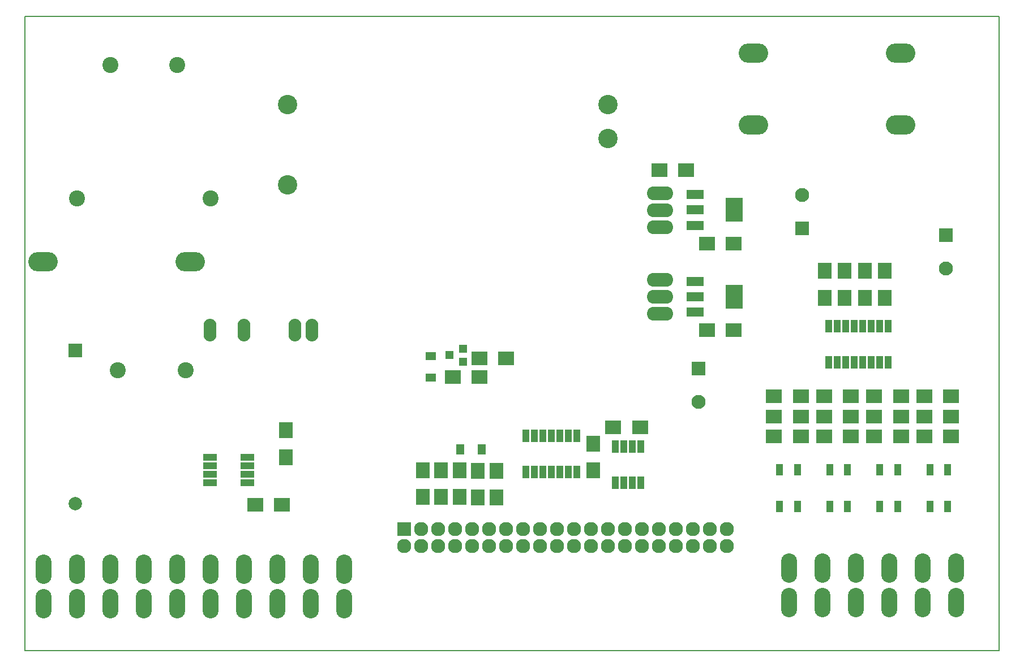
<source format=gbr>
G04 #@! TF.FileFunction,Soldermask,Top*
%FSLAX46Y46*%
G04 Gerber Fmt 4.6, Leading zero omitted, Abs format (unit mm)*
G04 Created by KiCad (PCBNEW 4.0.2+e4-6225~38~ubuntu15.10.1-stable) date 2016. máj. 17., kedd, 21.14.01 CEST*
%MOMM*%
G01*
G04 APERTURE LIST*
%ADD10C,0.100000*%
%ADD11C,0.150000*%
%ADD12O,2.400000X4.400000*%
%ADD13R,2.000000X2.000000*%
%ADD14C,2.000000*%
%ADD15C,2.398980*%
%ADD16R,2.127200X2.127200*%
%ADD17O,2.127200X2.127200*%
%ADD18R,2.400000X2.100000*%
%ADD19R,2.400000X2.000000*%
%ADD20R,2.000000X2.400000*%
%ADD21R,1.140000X1.800000*%
%ADD22R,1.200100X1.200100*%
%ADD23R,2.100000X2.400000*%
%ADD24O,3.900120X2.099260*%
%ADD25R,1.000000X1.900000*%
%ADD26O,1.924000X3.400000*%
%ADD27R,1.000000X1.950000*%
%ADD28R,2.550000X3.650000*%
%ADD29R,2.550000X1.350000*%
%ADD30R,2.150000X1.050000*%
%ADD31R,1.620000X1.310000*%
%ADD32R,1.310000X1.620000*%
%ADD33C,2.400000*%
%ADD34C,2.900000*%
%ADD35O,4.400500X2.899360*%
%ADD36C,2.100000*%
%ADD37R,2.100000X2.100000*%
G04 APERTURE END LIST*
D10*
D11*
X180000000Y-30000000D02*
X180000000Y-30500000D01*
X34250000Y-30000000D02*
X180000000Y-30000000D01*
X34250000Y-125000000D02*
X34250000Y-30000000D01*
X180000000Y-125000000D02*
X34250000Y-125000000D01*
X180000000Y-30500000D02*
X180000000Y-125000000D01*
D12*
X37024000Y-117984000D03*
X42024000Y-117984000D03*
X47024000Y-117984000D03*
X52024000Y-117984000D03*
X57024000Y-117984000D03*
X62024000Y-117984000D03*
X67024000Y-117984000D03*
X72024000Y-117984000D03*
X77024000Y-117984000D03*
X82024000Y-117984000D03*
X37024000Y-112784000D03*
X42024000Y-112784000D03*
X47024000Y-112784000D03*
X52024000Y-112784000D03*
X57024000Y-112784000D03*
X62024000Y-112784000D03*
X67024000Y-112784000D03*
X72024000Y-112784000D03*
X77024000Y-112784000D03*
X82024000Y-112784000D03*
D13*
X41750000Y-80000000D03*
D14*
X41750000Y-103000000D03*
D15*
X48170000Y-83000000D03*
X58330000Y-83000000D03*
D16*
X90938000Y-106754000D03*
D17*
X90938000Y-109294000D03*
X93478000Y-106754000D03*
X93478000Y-109294000D03*
X96018000Y-106754000D03*
X96018000Y-109294000D03*
X98558000Y-106754000D03*
X98558000Y-109294000D03*
X101098000Y-106754000D03*
X101098000Y-109294000D03*
X103638000Y-106754000D03*
X103638000Y-109294000D03*
X106178000Y-106754000D03*
X106178000Y-109294000D03*
X108718000Y-106754000D03*
X108718000Y-109294000D03*
X111258000Y-106754000D03*
X111258000Y-109294000D03*
X113798000Y-106754000D03*
X113798000Y-109294000D03*
X116338000Y-106754000D03*
X116338000Y-109294000D03*
X118878000Y-106754000D03*
X118878000Y-109294000D03*
X121418000Y-106754000D03*
X121418000Y-109294000D03*
X123958000Y-106754000D03*
X123958000Y-109294000D03*
X126498000Y-106754000D03*
X126498000Y-109294000D03*
X129038000Y-106754000D03*
X129038000Y-109294000D03*
X131578000Y-106754000D03*
X131578000Y-109294000D03*
X134118000Y-106754000D03*
X134118000Y-109294000D03*
X136658000Y-106754000D03*
X136658000Y-109294000D03*
X139198000Y-106754000D03*
X139198000Y-109294000D03*
D12*
X148524000Y-117824000D03*
X153524000Y-117824000D03*
X158524000Y-117824000D03*
X163524000Y-117824000D03*
X168524000Y-117824000D03*
X173524000Y-117824000D03*
X148524000Y-112624000D03*
X153524000Y-112624000D03*
X158524000Y-112624000D03*
X163524000Y-112624000D03*
X168524000Y-112624000D03*
X173524000Y-112624000D03*
D18*
X161288000Y-86932000D03*
X165288000Y-86932000D03*
X168788000Y-86932000D03*
X172788000Y-86932000D03*
X146288000Y-86932000D03*
X150288000Y-86932000D03*
X153788000Y-86932000D03*
X157788000Y-86932000D03*
D19*
X129178000Y-53000000D03*
X133178000Y-53000000D03*
X136250000Y-64000000D03*
X140250000Y-64000000D03*
X172788000Y-89932000D03*
X168788000Y-89932000D03*
X157788000Y-89932000D03*
X153788000Y-89932000D03*
X165288000Y-89932000D03*
X161288000Y-89932000D03*
X150288000Y-89932000D03*
X146288000Y-89932000D03*
D20*
X119250000Y-94000000D03*
X119250000Y-98000000D03*
D19*
X126250000Y-91560000D03*
X122250000Y-91560000D03*
X136250000Y-77000000D03*
X140250000Y-77000000D03*
D20*
X73271000Y-92006000D03*
X73271000Y-96006000D03*
D19*
X72728000Y-103160000D03*
X68728000Y-103160000D03*
D20*
X93750000Y-102000000D03*
X93750000Y-98000000D03*
X104800000Y-98050000D03*
X104800000Y-102050000D03*
D21*
X147118000Y-97932000D03*
X149788000Y-97932000D03*
X147118000Y-103432000D03*
X149788000Y-103432000D03*
X154618000Y-97932000D03*
X157288000Y-97932000D03*
X154618000Y-103432000D03*
X157288000Y-103432000D03*
X169618000Y-97932000D03*
X172288000Y-97932000D03*
X169618000Y-103432000D03*
X172288000Y-103432000D03*
X162118000Y-97932000D03*
X164788000Y-97932000D03*
X162118000Y-103432000D03*
X164788000Y-103432000D03*
D22*
X99748980Y-81700000D03*
X99748980Y-79800000D03*
X97750000Y-80750000D03*
D18*
X168788000Y-92932000D03*
X172788000Y-92932000D03*
X153788000Y-92932000D03*
X157788000Y-92932000D03*
X161288000Y-92932000D03*
X165288000Y-92932000D03*
X146288000Y-92932000D03*
X150288000Y-92932000D03*
D23*
X153888000Y-68132000D03*
X153888000Y-72132000D03*
X156888000Y-68132000D03*
X156888000Y-72132000D03*
X159888000Y-68132000D03*
X159888000Y-72132000D03*
X162888000Y-68132000D03*
X162888000Y-72132000D03*
D18*
X102250000Y-84000000D03*
X98250000Y-84000000D03*
X106250000Y-81250000D03*
X102250000Y-81250000D03*
D23*
X96500000Y-102000000D03*
X96500000Y-98000000D03*
X99250000Y-98000000D03*
X99250000Y-102000000D03*
X102000000Y-102050000D03*
X102000000Y-98050000D03*
D24*
X129260000Y-59040000D03*
X129260000Y-56500000D03*
X129260000Y-61580000D03*
D25*
X154443000Y-81832000D03*
X155713000Y-81832000D03*
X156983000Y-81832000D03*
X158253000Y-81832000D03*
X159523000Y-81832000D03*
X160793000Y-81832000D03*
X162063000Y-81832000D03*
X163333000Y-81832000D03*
X163333000Y-76432000D03*
X162063000Y-76432000D03*
X160793000Y-76432000D03*
X159523000Y-76432000D03*
X158253000Y-76432000D03*
X156983000Y-76432000D03*
X155713000Y-76432000D03*
X154443000Y-76432000D03*
D26*
X61958000Y-76970000D03*
X67038000Y-76970000D03*
X74658000Y-76970000D03*
X77198000Y-76970000D03*
D25*
X116808000Y-92860000D03*
X115538000Y-92860000D03*
X114268000Y-92860000D03*
X112998000Y-92860000D03*
X111728000Y-92860000D03*
X110458000Y-92860000D03*
X109188000Y-92860000D03*
X109188000Y-98260000D03*
X110458000Y-98260000D03*
X111728000Y-98260000D03*
X112998000Y-98260000D03*
X114268000Y-98260000D03*
X115538000Y-98260000D03*
X116808000Y-98260000D03*
D27*
X122523000Y-99860000D03*
X123793000Y-99860000D03*
X125063000Y-99860000D03*
X126333000Y-99860000D03*
X126333000Y-94460000D03*
X125063000Y-94460000D03*
X123793000Y-94460000D03*
X122523000Y-94460000D03*
D28*
X140300000Y-59000000D03*
D29*
X134500000Y-61300000D03*
X134500000Y-59000000D03*
X134500000Y-56700000D03*
D24*
X129260000Y-71994000D03*
X129260000Y-69454000D03*
X129260000Y-74534000D03*
D28*
X140300000Y-72000000D03*
D29*
X134500000Y-74300000D03*
X134500000Y-72000000D03*
X134500000Y-69700000D03*
D30*
X67558000Y-96020000D03*
X67558000Y-97290000D03*
X67558000Y-98560000D03*
X67558000Y-99830000D03*
X61958000Y-96020000D03*
X61958000Y-97290000D03*
X61958000Y-98560000D03*
X61958000Y-99830000D03*
D31*
X95000000Y-84135000D03*
X95000000Y-80865000D03*
D32*
X102600000Y-94850000D03*
X99330000Y-94850000D03*
D33*
X42000000Y-57250000D03*
X62000000Y-57250000D03*
X47000000Y-37250000D03*
X57000000Y-37250000D03*
D34*
X73500000Y-43250000D03*
X73500000Y-55250000D03*
X121500000Y-43250000D03*
X121500000Y-48250000D03*
D35*
X36998520Y-66750000D03*
X59000000Y-66750000D03*
X165250740Y-46250000D03*
X143249260Y-46250000D03*
X165250740Y-35500000D03*
X143249260Y-35500000D03*
D36*
X172000000Y-67750000D03*
D37*
X172000000Y-62750000D03*
D36*
X150500000Y-56750000D03*
D37*
X150500000Y-61750000D03*
D36*
X135000000Y-87750000D03*
D37*
X135000000Y-82750000D03*
M02*

</source>
